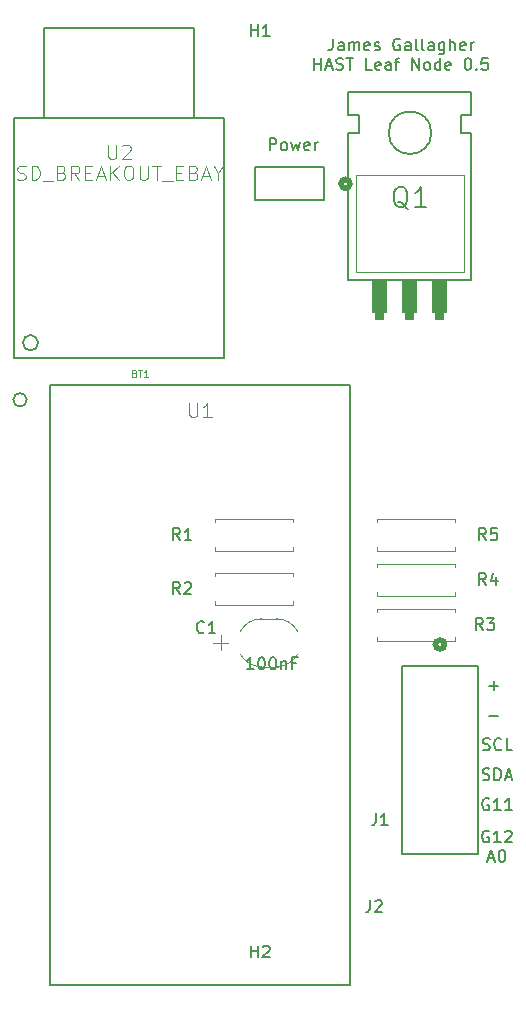
<source format=gto>
G04 #@! TF.GenerationSoftware,KiCad,Pcbnew,(5.1.10-1-10_14)*
G04 #@! TF.CreationDate,2021-09-07T21:53:28-06:00*
G04 #@! TF.ProjectId,soil_moisture_0.5,736f696c-5f6d-46f6-9973-747572655f30,0.5*
G04 #@! TF.SameCoordinates,Original*
G04 #@! TF.FileFunction,Legend,Top*
G04 #@! TF.FilePolarity,Positive*
%FSLAX46Y46*%
G04 Gerber Fmt 4.6, Leading zero omitted, Abs format (unit mm)*
G04 Created by KiCad (PCBNEW (5.1.10-1-10_14)) date 2021-09-07 21:53:28*
%MOMM*%
%LPD*%
G01*
G04 APERTURE LIST*
%ADD10C,0.150000*%
%ADD11C,0.152400*%
%ADD12C,0.508000*%
%ADD13C,0.127000*%
%ADD14C,0.203200*%
%ADD15C,0.050800*%
%ADD16C,0.100000*%
%ADD17C,0.120000*%
%ADD18C,0.096520*%
%ADD19C,0.115824*%
%ADD20C,0.168910*%
G04 APERTURE END LIST*
D10*
X153496095Y-41807380D02*
X153496095Y-42521666D01*
X153448476Y-42664523D01*
X153353238Y-42759761D01*
X153210380Y-42807380D01*
X153115142Y-42807380D01*
X154400857Y-42807380D02*
X154400857Y-42283571D01*
X154353238Y-42188333D01*
X154258000Y-42140714D01*
X154067523Y-42140714D01*
X153972285Y-42188333D01*
X154400857Y-42759761D02*
X154305619Y-42807380D01*
X154067523Y-42807380D01*
X153972285Y-42759761D01*
X153924666Y-42664523D01*
X153924666Y-42569285D01*
X153972285Y-42474047D01*
X154067523Y-42426428D01*
X154305619Y-42426428D01*
X154400857Y-42378809D01*
X154877047Y-42807380D02*
X154877047Y-42140714D01*
X154877047Y-42235952D02*
X154924666Y-42188333D01*
X155019904Y-42140714D01*
X155162761Y-42140714D01*
X155258000Y-42188333D01*
X155305619Y-42283571D01*
X155305619Y-42807380D01*
X155305619Y-42283571D02*
X155353238Y-42188333D01*
X155448476Y-42140714D01*
X155591333Y-42140714D01*
X155686571Y-42188333D01*
X155734190Y-42283571D01*
X155734190Y-42807380D01*
X156591333Y-42759761D02*
X156496095Y-42807380D01*
X156305619Y-42807380D01*
X156210380Y-42759761D01*
X156162761Y-42664523D01*
X156162761Y-42283571D01*
X156210380Y-42188333D01*
X156305619Y-42140714D01*
X156496095Y-42140714D01*
X156591333Y-42188333D01*
X156638952Y-42283571D01*
X156638952Y-42378809D01*
X156162761Y-42474047D01*
X157019904Y-42759761D02*
X157115142Y-42807380D01*
X157305619Y-42807380D01*
X157400857Y-42759761D01*
X157448476Y-42664523D01*
X157448476Y-42616904D01*
X157400857Y-42521666D01*
X157305619Y-42474047D01*
X157162761Y-42474047D01*
X157067523Y-42426428D01*
X157019904Y-42331190D01*
X157019904Y-42283571D01*
X157067523Y-42188333D01*
X157162761Y-42140714D01*
X157305619Y-42140714D01*
X157400857Y-42188333D01*
X159162761Y-41855000D02*
X159067523Y-41807380D01*
X158924666Y-41807380D01*
X158781809Y-41855000D01*
X158686571Y-41950238D01*
X158638952Y-42045476D01*
X158591333Y-42235952D01*
X158591333Y-42378809D01*
X158638952Y-42569285D01*
X158686571Y-42664523D01*
X158781809Y-42759761D01*
X158924666Y-42807380D01*
X159019904Y-42807380D01*
X159162761Y-42759761D01*
X159210380Y-42712142D01*
X159210380Y-42378809D01*
X159019904Y-42378809D01*
X160067523Y-42807380D02*
X160067523Y-42283571D01*
X160019904Y-42188333D01*
X159924666Y-42140714D01*
X159734190Y-42140714D01*
X159638952Y-42188333D01*
X160067523Y-42759761D02*
X159972285Y-42807380D01*
X159734190Y-42807380D01*
X159638952Y-42759761D01*
X159591333Y-42664523D01*
X159591333Y-42569285D01*
X159638952Y-42474047D01*
X159734190Y-42426428D01*
X159972285Y-42426428D01*
X160067523Y-42378809D01*
X160686571Y-42807380D02*
X160591333Y-42759761D01*
X160543714Y-42664523D01*
X160543714Y-41807380D01*
X161210380Y-42807380D02*
X161115142Y-42759761D01*
X161067523Y-42664523D01*
X161067523Y-41807380D01*
X162019904Y-42807380D02*
X162019904Y-42283571D01*
X161972285Y-42188333D01*
X161877047Y-42140714D01*
X161686571Y-42140714D01*
X161591333Y-42188333D01*
X162019904Y-42759761D02*
X161924666Y-42807380D01*
X161686571Y-42807380D01*
X161591333Y-42759761D01*
X161543714Y-42664523D01*
X161543714Y-42569285D01*
X161591333Y-42474047D01*
X161686571Y-42426428D01*
X161924666Y-42426428D01*
X162019904Y-42378809D01*
X162924666Y-42140714D02*
X162924666Y-42950238D01*
X162877047Y-43045476D01*
X162829428Y-43093095D01*
X162734190Y-43140714D01*
X162591333Y-43140714D01*
X162496095Y-43093095D01*
X162924666Y-42759761D02*
X162829428Y-42807380D01*
X162638952Y-42807380D01*
X162543714Y-42759761D01*
X162496095Y-42712142D01*
X162448476Y-42616904D01*
X162448476Y-42331190D01*
X162496095Y-42235952D01*
X162543714Y-42188333D01*
X162638952Y-42140714D01*
X162829428Y-42140714D01*
X162924666Y-42188333D01*
X163400857Y-42807380D02*
X163400857Y-41807380D01*
X163829428Y-42807380D02*
X163829428Y-42283571D01*
X163781809Y-42188333D01*
X163686571Y-42140714D01*
X163543714Y-42140714D01*
X163448476Y-42188333D01*
X163400857Y-42235952D01*
X164686571Y-42759761D02*
X164591333Y-42807380D01*
X164400857Y-42807380D01*
X164305619Y-42759761D01*
X164258000Y-42664523D01*
X164258000Y-42283571D01*
X164305619Y-42188333D01*
X164400857Y-42140714D01*
X164591333Y-42140714D01*
X164686571Y-42188333D01*
X164734190Y-42283571D01*
X164734190Y-42378809D01*
X164258000Y-42474047D01*
X165162761Y-42807380D02*
X165162761Y-42140714D01*
X165162761Y-42331190D02*
X165210380Y-42235952D01*
X165258000Y-42188333D01*
X165353238Y-42140714D01*
X165448476Y-42140714D01*
X151924666Y-44457380D02*
X151924666Y-43457380D01*
X151924666Y-43933571D02*
X152496095Y-43933571D01*
X152496095Y-44457380D02*
X152496095Y-43457380D01*
X152924666Y-44171666D02*
X153400857Y-44171666D01*
X152829428Y-44457380D02*
X153162761Y-43457380D01*
X153496095Y-44457380D01*
X153781809Y-44409761D02*
X153924666Y-44457380D01*
X154162761Y-44457380D01*
X154258000Y-44409761D01*
X154305619Y-44362142D01*
X154353238Y-44266904D01*
X154353238Y-44171666D01*
X154305619Y-44076428D01*
X154258000Y-44028809D01*
X154162761Y-43981190D01*
X153972285Y-43933571D01*
X153877047Y-43885952D01*
X153829428Y-43838333D01*
X153781809Y-43743095D01*
X153781809Y-43647857D01*
X153829428Y-43552619D01*
X153877047Y-43505000D01*
X153972285Y-43457380D01*
X154210380Y-43457380D01*
X154353238Y-43505000D01*
X154638952Y-43457380D02*
X155210380Y-43457380D01*
X154924666Y-44457380D02*
X154924666Y-43457380D01*
X156781809Y-44457380D02*
X156305619Y-44457380D01*
X156305619Y-43457380D01*
X157496095Y-44409761D02*
X157400857Y-44457380D01*
X157210380Y-44457380D01*
X157115142Y-44409761D01*
X157067523Y-44314523D01*
X157067523Y-43933571D01*
X157115142Y-43838333D01*
X157210380Y-43790714D01*
X157400857Y-43790714D01*
X157496095Y-43838333D01*
X157543714Y-43933571D01*
X157543714Y-44028809D01*
X157067523Y-44124047D01*
X158400857Y-44457380D02*
X158400857Y-43933571D01*
X158353238Y-43838333D01*
X158258000Y-43790714D01*
X158067523Y-43790714D01*
X157972285Y-43838333D01*
X158400857Y-44409761D02*
X158305619Y-44457380D01*
X158067523Y-44457380D01*
X157972285Y-44409761D01*
X157924666Y-44314523D01*
X157924666Y-44219285D01*
X157972285Y-44124047D01*
X158067523Y-44076428D01*
X158305619Y-44076428D01*
X158400857Y-44028809D01*
X158734190Y-43790714D02*
X159115142Y-43790714D01*
X158877047Y-44457380D02*
X158877047Y-43600238D01*
X158924666Y-43505000D01*
X159019904Y-43457380D01*
X159115142Y-43457380D01*
X160210380Y-44457380D02*
X160210380Y-43457380D01*
X160781809Y-44457380D01*
X160781809Y-43457380D01*
X161400857Y-44457380D02*
X161305619Y-44409761D01*
X161258000Y-44362142D01*
X161210380Y-44266904D01*
X161210380Y-43981190D01*
X161258000Y-43885952D01*
X161305619Y-43838333D01*
X161400857Y-43790714D01*
X161543714Y-43790714D01*
X161638952Y-43838333D01*
X161686571Y-43885952D01*
X161734190Y-43981190D01*
X161734190Y-44266904D01*
X161686571Y-44362142D01*
X161638952Y-44409761D01*
X161543714Y-44457380D01*
X161400857Y-44457380D01*
X162591333Y-44457380D02*
X162591333Y-43457380D01*
X162591333Y-44409761D02*
X162496095Y-44457380D01*
X162305619Y-44457380D01*
X162210380Y-44409761D01*
X162162761Y-44362142D01*
X162115142Y-44266904D01*
X162115142Y-43981190D01*
X162162761Y-43885952D01*
X162210380Y-43838333D01*
X162305619Y-43790714D01*
X162496095Y-43790714D01*
X162591333Y-43838333D01*
X163448476Y-44409761D02*
X163353238Y-44457380D01*
X163162761Y-44457380D01*
X163067523Y-44409761D01*
X163019904Y-44314523D01*
X163019904Y-43933571D01*
X163067523Y-43838333D01*
X163162761Y-43790714D01*
X163353238Y-43790714D01*
X163448476Y-43838333D01*
X163496095Y-43933571D01*
X163496095Y-44028809D01*
X163019904Y-44124047D01*
X164877047Y-43457380D02*
X164972285Y-43457380D01*
X165067523Y-43505000D01*
X165115142Y-43552619D01*
X165162761Y-43647857D01*
X165210380Y-43838333D01*
X165210380Y-44076428D01*
X165162761Y-44266904D01*
X165115142Y-44362142D01*
X165067523Y-44409761D01*
X164972285Y-44457380D01*
X164877047Y-44457380D01*
X164781809Y-44409761D01*
X164734190Y-44362142D01*
X164686571Y-44266904D01*
X164638952Y-44076428D01*
X164638952Y-43838333D01*
X164686571Y-43647857D01*
X164734190Y-43552619D01*
X164781809Y-43505000D01*
X164877047Y-43457380D01*
X165638952Y-44362142D02*
X165686571Y-44409761D01*
X165638952Y-44457380D01*
X165591333Y-44409761D01*
X165638952Y-44362142D01*
X165638952Y-44457380D01*
X166591333Y-43457380D02*
X166115142Y-43457380D01*
X166067523Y-43933571D01*
X166115142Y-43885952D01*
X166210380Y-43838333D01*
X166448476Y-43838333D01*
X166543714Y-43885952D01*
X166591333Y-43933571D01*
X166638952Y-44028809D01*
X166638952Y-44266904D01*
X166591333Y-44362142D01*
X166543714Y-44409761D01*
X166448476Y-44457380D01*
X166210380Y-44457380D01*
X166115142Y-44409761D01*
X166067523Y-44362142D01*
X156638666Y-114768380D02*
X156638666Y-115482666D01*
X156591047Y-115625523D01*
X156495809Y-115720761D01*
X156352952Y-115768380D01*
X156257714Y-115768380D01*
X157067238Y-114863619D02*
X157114857Y-114816000D01*
X157210095Y-114768380D01*
X157448190Y-114768380D01*
X157543428Y-114816000D01*
X157591047Y-114863619D01*
X157638666Y-114958857D01*
X157638666Y-115054095D01*
X157591047Y-115196952D01*
X157019619Y-115768380D01*
X157638666Y-115768380D01*
X157146666Y-107402380D02*
X157146666Y-108116666D01*
X157099047Y-108259523D01*
X157003809Y-108354761D01*
X156860952Y-108402380D01*
X156765714Y-108402380D01*
X158146666Y-108402380D02*
X157575238Y-108402380D01*
X157860952Y-108402380D02*
X157860952Y-107402380D01*
X157765714Y-107545238D01*
X157670476Y-107640476D01*
X157575238Y-107688095D01*
X166695523Y-108911000D02*
X166600285Y-108863380D01*
X166457428Y-108863380D01*
X166314571Y-108911000D01*
X166219333Y-109006238D01*
X166171714Y-109101476D01*
X166124095Y-109291952D01*
X166124095Y-109434809D01*
X166171714Y-109625285D01*
X166219333Y-109720523D01*
X166314571Y-109815761D01*
X166457428Y-109863380D01*
X166552666Y-109863380D01*
X166695523Y-109815761D01*
X166743142Y-109768142D01*
X166743142Y-109434809D01*
X166552666Y-109434809D01*
X167695523Y-109863380D02*
X167124095Y-109863380D01*
X167409809Y-109863380D02*
X167409809Y-108863380D01*
X167314571Y-109006238D01*
X167219333Y-109101476D01*
X167124095Y-109149095D01*
X168076476Y-108958619D02*
X168124095Y-108911000D01*
X168219333Y-108863380D01*
X168457428Y-108863380D01*
X168552666Y-108911000D01*
X168600285Y-108958619D01*
X168647904Y-109053857D01*
X168647904Y-109149095D01*
X168600285Y-109291952D01*
X168028857Y-109863380D01*
X168647904Y-109863380D01*
X166671714Y-111227666D02*
X167147904Y-111227666D01*
X166576476Y-111513380D02*
X166909809Y-110513380D01*
X167243142Y-111513380D01*
X167766952Y-110513380D02*
X167862190Y-110513380D01*
X167957428Y-110561000D01*
X168005047Y-110608619D01*
X168052666Y-110703857D01*
X168100285Y-110894333D01*
X168100285Y-111132428D01*
X168052666Y-111322904D01*
X168005047Y-111418142D01*
X167957428Y-111465761D01*
X167862190Y-111513380D01*
X167766952Y-111513380D01*
X167671714Y-111465761D01*
X167624095Y-111418142D01*
X167576476Y-111322904D01*
X167528857Y-111132428D01*
X167528857Y-110894333D01*
X167576476Y-110703857D01*
X167624095Y-110608619D01*
X167671714Y-110561000D01*
X167766952Y-110513380D01*
X166695523Y-106180000D02*
X166600285Y-106132380D01*
X166457428Y-106132380D01*
X166314571Y-106180000D01*
X166219333Y-106275238D01*
X166171714Y-106370476D01*
X166124095Y-106560952D01*
X166124095Y-106703809D01*
X166171714Y-106894285D01*
X166219333Y-106989523D01*
X166314571Y-107084761D01*
X166457428Y-107132380D01*
X166552666Y-107132380D01*
X166695523Y-107084761D01*
X166743142Y-107037142D01*
X166743142Y-106703809D01*
X166552666Y-106703809D01*
X167695523Y-107132380D02*
X167124095Y-107132380D01*
X167409809Y-107132380D02*
X167409809Y-106132380D01*
X167314571Y-106275238D01*
X167219333Y-106370476D01*
X167124095Y-106418095D01*
X168647904Y-107132380D02*
X168076476Y-107132380D01*
X168362190Y-107132380D02*
X168362190Y-106132380D01*
X168266952Y-106275238D01*
X168171714Y-106370476D01*
X168076476Y-106418095D01*
X166171714Y-104544761D02*
X166314571Y-104592380D01*
X166552666Y-104592380D01*
X166647904Y-104544761D01*
X166695523Y-104497142D01*
X166743142Y-104401904D01*
X166743142Y-104306666D01*
X166695523Y-104211428D01*
X166647904Y-104163809D01*
X166552666Y-104116190D01*
X166362190Y-104068571D01*
X166266952Y-104020952D01*
X166219333Y-103973333D01*
X166171714Y-103878095D01*
X166171714Y-103782857D01*
X166219333Y-103687619D01*
X166266952Y-103640000D01*
X166362190Y-103592380D01*
X166600285Y-103592380D01*
X166743142Y-103640000D01*
X167171714Y-104592380D02*
X167171714Y-103592380D01*
X167409809Y-103592380D01*
X167552666Y-103640000D01*
X167647904Y-103735238D01*
X167695523Y-103830476D01*
X167743142Y-104020952D01*
X167743142Y-104163809D01*
X167695523Y-104354285D01*
X167647904Y-104449523D01*
X167552666Y-104544761D01*
X167409809Y-104592380D01*
X167171714Y-104592380D01*
X168124095Y-104306666D02*
X168600285Y-104306666D01*
X168028857Y-104592380D02*
X168362190Y-103592380D01*
X168695523Y-104592380D01*
X166195523Y-102004761D02*
X166338380Y-102052380D01*
X166576476Y-102052380D01*
X166671714Y-102004761D01*
X166719333Y-101957142D01*
X166766952Y-101861904D01*
X166766952Y-101766666D01*
X166719333Y-101671428D01*
X166671714Y-101623809D01*
X166576476Y-101576190D01*
X166386000Y-101528571D01*
X166290761Y-101480952D01*
X166243142Y-101433333D01*
X166195523Y-101338095D01*
X166195523Y-101242857D01*
X166243142Y-101147619D01*
X166290761Y-101100000D01*
X166386000Y-101052380D01*
X166624095Y-101052380D01*
X166766952Y-101100000D01*
X167766952Y-101957142D02*
X167719333Y-102004761D01*
X167576476Y-102052380D01*
X167481238Y-102052380D01*
X167338380Y-102004761D01*
X167243142Y-101909523D01*
X167195523Y-101814285D01*
X167147904Y-101623809D01*
X167147904Y-101480952D01*
X167195523Y-101290476D01*
X167243142Y-101195238D01*
X167338380Y-101100000D01*
X167481238Y-101052380D01*
X167576476Y-101052380D01*
X167719333Y-101100000D01*
X167766952Y-101147619D01*
X168671714Y-102052380D02*
X168195523Y-102052380D01*
X168195523Y-101052380D01*
X166751047Y-99131428D02*
X167512952Y-99131428D01*
X166751047Y-96591428D02*
X167512952Y-96591428D01*
X167132000Y-96972380D02*
X167132000Y-96210476D01*
X148137809Y-51252380D02*
X148137809Y-50252380D01*
X148518761Y-50252380D01*
X148614000Y-50300000D01*
X148661619Y-50347619D01*
X148709238Y-50442857D01*
X148709238Y-50585714D01*
X148661619Y-50680952D01*
X148614000Y-50728571D01*
X148518761Y-50776190D01*
X148137809Y-50776190D01*
X149280666Y-51252380D02*
X149185428Y-51204761D01*
X149137809Y-51157142D01*
X149090190Y-51061904D01*
X149090190Y-50776190D01*
X149137809Y-50680952D01*
X149185428Y-50633333D01*
X149280666Y-50585714D01*
X149423523Y-50585714D01*
X149518761Y-50633333D01*
X149566380Y-50680952D01*
X149614000Y-50776190D01*
X149614000Y-51061904D01*
X149566380Y-51157142D01*
X149518761Y-51204761D01*
X149423523Y-51252380D01*
X149280666Y-51252380D01*
X149947333Y-50585714D02*
X150137809Y-51252380D01*
X150328285Y-50776190D01*
X150518761Y-51252380D01*
X150709238Y-50585714D01*
X151471142Y-51204761D02*
X151375904Y-51252380D01*
X151185428Y-51252380D01*
X151090190Y-51204761D01*
X151042571Y-51109523D01*
X151042571Y-50728571D01*
X151090190Y-50633333D01*
X151185428Y-50585714D01*
X151375904Y-50585714D01*
X151471142Y-50633333D01*
X151518761Y-50728571D01*
X151518761Y-50823809D01*
X151042571Y-50919047D01*
X151947333Y-51252380D02*
X151947333Y-50585714D01*
X151947333Y-50776190D02*
X151994952Y-50680952D01*
X152042571Y-50633333D01*
X152137809Y-50585714D01*
X152233047Y-50585714D01*
D11*
X152781000Y-55499000D02*
X152781000Y-52705000D01*
X146939000Y-55499000D02*
X152781000Y-55499000D01*
X146939000Y-52705000D02*
X146939000Y-55499000D01*
X152781000Y-52705000D02*
X146939000Y-52705000D01*
D12*
X154940000Y-54102000D02*
G75*
G03*
X154178000Y-54102000I-381000J0D01*
G01*
X154178000Y-54102000D02*
G75*
G03*
X154940000Y-54102000I381000J0D01*
G01*
D13*
X127567959Y-72390000D02*
G75*
G03*
X127567959Y-72390000I-567959J0D01*
G01*
D14*
X129540000Y-71120000D02*
X154940000Y-71120000D01*
X129540000Y-121920000D02*
X129540000Y-71120000D01*
X154940000Y-121920000D02*
X129540000Y-121920000D01*
X154940000Y-71120000D02*
X154940000Y-121920000D01*
D13*
X128536575Y-67564000D02*
G75*
G03*
X128536575Y-67564000I-647575J0D01*
G01*
X141732000Y-40894000D02*
X141732000Y-48514000D01*
X129032000Y-40894000D02*
X141732000Y-40894000D01*
X129032000Y-48514000D02*
X129032000Y-40894000D01*
X129032000Y-48514000D02*
X126492000Y-48514000D01*
X141732000Y-48514000D02*
X129032000Y-48514000D01*
X144272000Y-48514000D02*
X141732000Y-48514000D01*
X144272000Y-68834000D02*
X144272000Y-48514000D01*
X126492000Y-68834000D02*
X144272000Y-68834000D01*
X126492000Y-48514000D02*
X126492000Y-68834000D01*
X154813000Y-62230000D02*
X165227000Y-62230000D01*
X165227000Y-46355000D02*
X154813000Y-46355000D01*
X165227000Y-62230000D02*
X165227000Y-49784000D01*
X165227000Y-49784000D02*
X164338000Y-49784000D01*
X164338000Y-49784000D02*
X164338000Y-48260000D01*
X164338000Y-48260000D02*
X165227000Y-48260000D01*
X165227000Y-48260000D02*
X165227000Y-46355000D01*
X154813000Y-62230000D02*
X154813000Y-49784000D01*
X154813000Y-49784000D02*
X155702000Y-49784000D01*
X155702000Y-49784000D02*
X155702000Y-48260000D01*
X155702000Y-48260000D02*
X154813000Y-48260000D01*
X154813000Y-48260000D02*
X154813000Y-46355000D01*
D15*
X155448000Y-61595000D02*
X164592000Y-61595000D01*
X164592000Y-53340000D02*
X164592000Y-61595000D01*
X164592000Y-53340000D02*
X155448000Y-53340000D01*
X155448000Y-61595000D02*
X155448000Y-53340000D01*
D13*
X161823400Y-49784000D02*
G75*
G03*
X161823400Y-49784000I-1803400J0D01*
G01*
D16*
G36*
X162179000Y-65659000D02*
G01*
X162941000Y-65659000D01*
X162941000Y-65024000D01*
X162179000Y-65024000D01*
X162179000Y-65659000D01*
G37*
G36*
X159639000Y-65659000D02*
G01*
X160401000Y-65659000D01*
X160401000Y-65024000D01*
X159639000Y-65024000D01*
X159639000Y-65659000D01*
G37*
G36*
X157099000Y-65659000D02*
G01*
X157861000Y-65659000D01*
X157861000Y-65024000D01*
X157099000Y-65024000D01*
X157099000Y-65659000D01*
G37*
G36*
X156845000Y-65024000D02*
G01*
X158115000Y-65024000D01*
X158115000Y-62230000D01*
X156845000Y-62230000D01*
X156845000Y-65024000D01*
G37*
G36*
X159385000Y-65024000D02*
G01*
X160655000Y-65024000D01*
X160655000Y-62230000D01*
X159385000Y-62230000D01*
X159385000Y-65024000D01*
G37*
G36*
X161925000Y-65024000D02*
G01*
X163195000Y-65024000D01*
X163195000Y-62230000D01*
X161925000Y-62230000D01*
X161925000Y-65024000D01*
G37*
D11*
X165785800Y-94894400D02*
X159334200Y-94894400D01*
X165785800Y-110845600D02*
X165785800Y-94894400D01*
X159334200Y-110845600D02*
X165785800Y-110845600D01*
X159334200Y-94894400D02*
X159334200Y-110845600D01*
D12*
X162560000Y-92735400D02*
G75*
G03*
X162560000Y-93497400I0J-381000D01*
G01*
X162560000Y-93497400D02*
G75*
G03*
X162560000Y-92735400I0J381000D01*
G01*
D17*
X157258000Y-90400000D02*
X157258000Y-90070000D01*
X157258000Y-90070000D02*
X163798000Y-90070000D01*
X163798000Y-90070000D02*
X163798000Y-90400000D01*
X157258000Y-92480000D02*
X157258000Y-92810000D01*
X157258000Y-92810000D02*
X163798000Y-92810000D01*
X163798000Y-92810000D02*
X163798000Y-92480000D01*
X163798000Y-89000000D02*
X163798000Y-88670000D01*
X157258000Y-89000000D02*
X163798000Y-89000000D01*
X157258000Y-88670000D02*
X157258000Y-89000000D01*
X163798000Y-86260000D02*
X163798000Y-86590000D01*
X157258000Y-86260000D02*
X163798000Y-86260000D01*
X157258000Y-86590000D02*
X157258000Y-86260000D01*
X163798000Y-85190000D02*
X163798000Y-84860000D01*
X157258000Y-85190000D02*
X163798000Y-85190000D01*
X157258000Y-84860000D02*
X157258000Y-85190000D01*
X163798000Y-82450000D02*
X163798000Y-82780000D01*
X157258000Y-82450000D02*
X163798000Y-82450000D01*
X157258000Y-82780000D02*
X157258000Y-82450000D01*
X147320000Y-94996000D02*
X148844000Y-94996000D01*
X147320000Y-90932000D02*
X148844000Y-90932000D01*
X144018000Y-92329000D02*
X144018000Y-93599000D01*
X143383000Y-92964000D02*
X144574260Y-92964000D01*
X145660242Y-91996260D02*
G75*
G02*
X147447000Y-90932000I1786758J-967740D01*
G01*
X150507427Y-93924934D02*
G75*
G02*
X148717000Y-94996000I-1790427J960934D01*
G01*
X147447003Y-94996000D02*
G75*
G02*
X145660243Y-93931741I-3J2032000D01*
G01*
X148717000Y-90932000D02*
G75*
G02*
X150507427Y-92003066I0J-2032000D01*
G01*
X150082000Y-85190000D02*
X150082000Y-84860000D01*
X143542000Y-85190000D02*
X150082000Y-85190000D01*
X143542000Y-84860000D02*
X143542000Y-85190000D01*
X150082000Y-82450000D02*
X150082000Y-82780000D01*
X143542000Y-82450000D02*
X150082000Y-82450000D01*
X143542000Y-82780000D02*
X143542000Y-82450000D01*
X143542000Y-87352000D02*
X143542000Y-87022000D01*
X143542000Y-87022000D02*
X150082000Y-87022000D01*
X150082000Y-87022000D02*
X150082000Y-87352000D01*
X143542000Y-89432000D02*
X143542000Y-89762000D01*
X143542000Y-89762000D02*
X150082000Y-89762000D01*
X150082000Y-89762000D02*
X150082000Y-89432000D01*
D10*
X146558095Y-119612380D02*
X146558095Y-118612380D01*
X146558095Y-119088571D02*
X147129523Y-119088571D01*
X147129523Y-119612380D02*
X147129523Y-118612380D01*
X147558095Y-118707619D02*
X147605714Y-118660000D01*
X147700952Y-118612380D01*
X147939047Y-118612380D01*
X148034285Y-118660000D01*
X148081904Y-118707619D01*
X148129523Y-118802857D01*
X148129523Y-118898095D01*
X148081904Y-119040952D01*
X147510476Y-119612380D01*
X148129523Y-119612380D01*
X146558095Y-41600380D02*
X146558095Y-40600380D01*
X146558095Y-41076571D02*
X147129523Y-41076571D01*
X147129523Y-41600380D02*
X147129523Y-40600380D01*
X148129523Y-41600380D02*
X147558095Y-41600380D01*
X147843809Y-41600380D02*
X147843809Y-40600380D01*
X147748571Y-40743238D01*
X147653333Y-40838476D01*
X147558095Y-40886095D01*
D18*
X141319999Y-72650047D02*
X141319999Y-73626738D01*
X141377452Y-73741642D01*
X141434904Y-73799095D01*
X141549809Y-73856547D01*
X141779618Y-73856547D01*
X141894523Y-73799095D01*
X141951976Y-73741642D01*
X142009428Y-73626738D01*
X142009428Y-72650047D01*
X143215928Y-73856547D02*
X142526499Y-73856547D01*
X142871214Y-73856547D02*
X142871214Y-72650047D01*
X142756309Y-72822404D01*
X142641404Y-72937309D01*
X142526499Y-72994761D01*
X134461999Y-50806047D02*
X134461999Y-51782738D01*
X134519452Y-51897642D01*
X134576904Y-51955095D01*
X134691809Y-52012547D01*
X134921618Y-52012547D01*
X135036523Y-51955095D01*
X135093976Y-51897642D01*
X135151428Y-51782738D01*
X135151428Y-50806047D01*
X135668499Y-50920952D02*
X135725952Y-50863500D01*
X135840857Y-50806047D01*
X136128118Y-50806047D01*
X136243023Y-50863500D01*
X136300476Y-50920952D01*
X136357928Y-51035857D01*
X136357928Y-51150761D01*
X136300476Y-51323119D01*
X135611047Y-52012547D01*
X136357928Y-52012547D01*
X126784547Y-53733095D02*
X126956904Y-53790547D01*
X127244166Y-53790547D01*
X127359071Y-53733095D01*
X127416523Y-53675642D01*
X127473976Y-53560738D01*
X127473976Y-53445833D01*
X127416523Y-53330928D01*
X127359071Y-53273476D01*
X127244166Y-53216023D01*
X127014357Y-53158571D01*
X126899452Y-53101119D01*
X126841999Y-53043666D01*
X126784547Y-52928761D01*
X126784547Y-52813857D01*
X126841999Y-52698952D01*
X126899452Y-52641500D01*
X127014357Y-52584047D01*
X127301618Y-52584047D01*
X127473976Y-52641500D01*
X127991047Y-53790547D02*
X127991047Y-52584047D01*
X128278309Y-52584047D01*
X128450666Y-52641500D01*
X128565571Y-52756404D01*
X128623023Y-52871309D01*
X128680476Y-53101119D01*
X128680476Y-53273476D01*
X128623023Y-53503285D01*
X128565571Y-53618190D01*
X128450666Y-53733095D01*
X128278309Y-53790547D01*
X127991047Y-53790547D01*
X128910285Y-53905452D02*
X129829523Y-53905452D01*
X130518952Y-53158571D02*
X130691309Y-53216023D01*
X130748761Y-53273476D01*
X130806214Y-53388380D01*
X130806214Y-53560738D01*
X130748761Y-53675642D01*
X130691309Y-53733095D01*
X130576404Y-53790547D01*
X130116785Y-53790547D01*
X130116785Y-52584047D01*
X130518952Y-52584047D01*
X130633857Y-52641500D01*
X130691309Y-52698952D01*
X130748761Y-52813857D01*
X130748761Y-52928761D01*
X130691309Y-53043666D01*
X130633857Y-53101119D01*
X130518952Y-53158571D01*
X130116785Y-53158571D01*
X132012714Y-53790547D02*
X131610547Y-53216023D01*
X131323285Y-53790547D02*
X131323285Y-52584047D01*
X131782904Y-52584047D01*
X131897809Y-52641500D01*
X131955261Y-52698952D01*
X132012714Y-52813857D01*
X132012714Y-52986214D01*
X131955261Y-53101119D01*
X131897809Y-53158571D01*
X131782904Y-53216023D01*
X131323285Y-53216023D01*
X132529785Y-53158571D02*
X132931952Y-53158571D01*
X133104309Y-53790547D02*
X132529785Y-53790547D01*
X132529785Y-52584047D01*
X133104309Y-52584047D01*
X133563928Y-53445833D02*
X134138452Y-53445833D01*
X133449023Y-53790547D02*
X133851190Y-52584047D01*
X134253357Y-53790547D01*
X134655523Y-53790547D02*
X134655523Y-52584047D01*
X135344952Y-53790547D02*
X134827880Y-53101119D01*
X135344952Y-52584047D02*
X134655523Y-53273476D01*
X136091833Y-52584047D02*
X136321642Y-52584047D01*
X136436547Y-52641500D01*
X136551452Y-52756404D01*
X136608904Y-52986214D01*
X136608904Y-53388380D01*
X136551452Y-53618190D01*
X136436547Y-53733095D01*
X136321642Y-53790547D01*
X136091833Y-53790547D01*
X135976928Y-53733095D01*
X135862023Y-53618190D01*
X135804571Y-53388380D01*
X135804571Y-52986214D01*
X135862023Y-52756404D01*
X135976928Y-52641500D01*
X136091833Y-52584047D01*
X137125976Y-52584047D02*
X137125976Y-53560738D01*
X137183428Y-53675642D01*
X137240880Y-53733095D01*
X137355785Y-53790547D01*
X137585595Y-53790547D01*
X137700499Y-53733095D01*
X137757952Y-53675642D01*
X137815404Y-53560738D01*
X137815404Y-52584047D01*
X138217571Y-52584047D02*
X138906999Y-52584047D01*
X138562285Y-53790547D02*
X138562285Y-52584047D01*
X139021904Y-53905452D02*
X139941142Y-53905452D01*
X140228404Y-53158571D02*
X140630571Y-53158571D01*
X140802928Y-53790547D02*
X140228404Y-53790547D01*
X140228404Y-52584047D01*
X140802928Y-52584047D01*
X141722166Y-53158571D02*
X141894523Y-53216023D01*
X141951976Y-53273476D01*
X142009428Y-53388380D01*
X142009428Y-53560738D01*
X141951976Y-53675642D01*
X141894523Y-53733095D01*
X141779618Y-53790547D01*
X141319999Y-53790547D01*
X141319999Y-52584047D01*
X141722166Y-52584047D01*
X141837071Y-52641500D01*
X141894523Y-52698952D01*
X141951976Y-52813857D01*
X141951976Y-52928761D01*
X141894523Y-53043666D01*
X141837071Y-53101119D01*
X141722166Y-53158571D01*
X141319999Y-53158571D01*
X142469047Y-53445833D02*
X143043571Y-53445833D01*
X142354142Y-53790547D02*
X142756309Y-52584047D01*
X143158476Y-53790547D01*
X143790452Y-53216023D02*
X143790452Y-53790547D01*
X143388285Y-52584047D02*
X143790452Y-53216023D01*
X144192618Y-52584047D01*
D19*
X136704977Y-70154074D02*
X136787708Y-70181651D01*
X136815285Y-70209228D01*
X136842862Y-70264382D01*
X136842862Y-70347114D01*
X136815285Y-70402268D01*
X136787708Y-70429845D01*
X136732554Y-70457422D01*
X136511937Y-70457422D01*
X136511937Y-69878302D01*
X136704977Y-69878302D01*
X136760131Y-69905880D01*
X136787708Y-69933457D01*
X136815285Y-69988611D01*
X136815285Y-70043765D01*
X136787708Y-70098920D01*
X136760131Y-70126497D01*
X136704977Y-70154074D01*
X136511937Y-70154074D01*
X137008325Y-69878302D02*
X137339251Y-69878302D01*
X137173788Y-70457422D02*
X137173788Y-69878302D01*
X137835640Y-70457422D02*
X137504714Y-70457422D01*
X137670177Y-70457422D02*
X137670177Y-69878302D01*
X137615022Y-69961034D01*
X137559868Y-70016188D01*
X137504714Y-70043765D01*
D20*
X159880024Y-56214433D02*
X159719158Y-56134000D01*
X159558291Y-55973133D01*
X159316991Y-55731833D01*
X159156124Y-55651400D01*
X158995258Y-55651400D01*
X159075691Y-56053566D02*
X158914824Y-55973133D01*
X158753958Y-55812266D01*
X158673524Y-55490533D01*
X158673524Y-54927500D01*
X158753958Y-54605766D01*
X158914824Y-54444900D01*
X159075691Y-54364466D01*
X159397424Y-54364466D01*
X159558291Y-54444900D01*
X159719158Y-54605766D01*
X159799591Y-54927500D01*
X159799591Y-55490533D01*
X159719158Y-55812266D01*
X159558291Y-55973133D01*
X159397424Y-56053566D01*
X159075691Y-56053566D01*
X161408258Y-56053566D02*
X160443058Y-56053566D01*
X160925658Y-56053566D02*
X160925658Y-54364466D01*
X160764791Y-54605766D01*
X160603924Y-54766633D01*
X160443058Y-54847066D01*
D10*
X166203333Y-91892380D02*
X165870000Y-91416190D01*
X165631904Y-91892380D02*
X165631904Y-90892380D01*
X166012857Y-90892380D01*
X166108095Y-90940000D01*
X166155714Y-90987619D01*
X166203333Y-91082857D01*
X166203333Y-91225714D01*
X166155714Y-91320952D01*
X166108095Y-91368571D01*
X166012857Y-91416190D01*
X165631904Y-91416190D01*
X166536666Y-90892380D02*
X167155714Y-90892380D01*
X166822380Y-91273333D01*
X166965238Y-91273333D01*
X167060476Y-91320952D01*
X167108095Y-91368571D01*
X167155714Y-91463809D01*
X167155714Y-91701904D01*
X167108095Y-91797142D01*
X167060476Y-91844761D01*
X166965238Y-91892380D01*
X166679523Y-91892380D01*
X166584285Y-91844761D01*
X166536666Y-91797142D01*
X166457333Y-88082380D02*
X166124000Y-87606190D01*
X165885904Y-88082380D02*
X165885904Y-87082380D01*
X166266857Y-87082380D01*
X166362095Y-87130000D01*
X166409714Y-87177619D01*
X166457333Y-87272857D01*
X166457333Y-87415714D01*
X166409714Y-87510952D01*
X166362095Y-87558571D01*
X166266857Y-87606190D01*
X165885904Y-87606190D01*
X167314476Y-87415714D02*
X167314476Y-88082380D01*
X167076380Y-87034761D02*
X166838285Y-87749047D01*
X167457333Y-87749047D01*
X166457333Y-84272380D02*
X166124000Y-83796190D01*
X165885904Y-84272380D02*
X165885904Y-83272380D01*
X166266857Y-83272380D01*
X166362095Y-83320000D01*
X166409714Y-83367619D01*
X166457333Y-83462857D01*
X166457333Y-83605714D01*
X166409714Y-83700952D01*
X166362095Y-83748571D01*
X166266857Y-83796190D01*
X165885904Y-83796190D01*
X167362095Y-83272380D02*
X166885904Y-83272380D01*
X166838285Y-83748571D01*
X166885904Y-83700952D01*
X166981142Y-83653333D01*
X167219238Y-83653333D01*
X167314476Y-83700952D01*
X167362095Y-83748571D01*
X167409714Y-83843809D01*
X167409714Y-84081904D01*
X167362095Y-84177142D01*
X167314476Y-84224761D01*
X167219238Y-84272380D01*
X166981142Y-84272380D01*
X166885904Y-84224761D01*
X166838285Y-84177142D01*
X142581333Y-92051142D02*
X142533714Y-92098761D01*
X142390857Y-92146380D01*
X142295619Y-92146380D01*
X142152761Y-92098761D01*
X142057523Y-92003523D01*
X142009904Y-91908285D01*
X141962285Y-91717809D01*
X141962285Y-91574952D01*
X142009904Y-91384476D01*
X142057523Y-91289238D01*
X142152761Y-91194000D01*
X142295619Y-91146380D01*
X142390857Y-91146380D01*
X142533714Y-91194000D01*
X142581333Y-91241619D01*
X143533714Y-92146380D02*
X142962285Y-92146380D01*
X143248000Y-92146380D02*
X143248000Y-91146380D01*
X143152761Y-91289238D01*
X143057523Y-91384476D01*
X142962285Y-91432095D01*
X146788380Y-95194380D02*
X146216952Y-95194380D01*
X146502666Y-95194380D02*
X146502666Y-94194380D01*
X146407428Y-94337238D01*
X146312190Y-94432476D01*
X146216952Y-94480095D01*
X147407428Y-94194380D02*
X147502666Y-94194380D01*
X147597904Y-94242000D01*
X147645523Y-94289619D01*
X147693142Y-94384857D01*
X147740761Y-94575333D01*
X147740761Y-94813428D01*
X147693142Y-95003904D01*
X147645523Y-95099142D01*
X147597904Y-95146761D01*
X147502666Y-95194380D01*
X147407428Y-95194380D01*
X147312190Y-95146761D01*
X147264571Y-95099142D01*
X147216952Y-95003904D01*
X147169333Y-94813428D01*
X147169333Y-94575333D01*
X147216952Y-94384857D01*
X147264571Y-94289619D01*
X147312190Y-94242000D01*
X147407428Y-94194380D01*
X148359809Y-94194380D02*
X148455047Y-94194380D01*
X148550285Y-94242000D01*
X148597904Y-94289619D01*
X148645523Y-94384857D01*
X148693142Y-94575333D01*
X148693142Y-94813428D01*
X148645523Y-95003904D01*
X148597904Y-95099142D01*
X148550285Y-95146761D01*
X148455047Y-95194380D01*
X148359809Y-95194380D01*
X148264571Y-95146761D01*
X148216952Y-95099142D01*
X148169333Y-95003904D01*
X148121714Y-94813428D01*
X148121714Y-94575333D01*
X148169333Y-94384857D01*
X148216952Y-94289619D01*
X148264571Y-94242000D01*
X148359809Y-94194380D01*
X149121714Y-94527714D02*
X149121714Y-95194380D01*
X149121714Y-94622952D02*
X149169333Y-94575333D01*
X149264571Y-94527714D01*
X149407428Y-94527714D01*
X149502666Y-94575333D01*
X149550285Y-94670571D01*
X149550285Y-95194380D01*
X150359809Y-94670571D02*
X150026476Y-94670571D01*
X150026476Y-95194380D02*
X150026476Y-94194380D01*
X150502666Y-94194380D01*
X140549333Y-84272380D02*
X140216000Y-83796190D01*
X139977904Y-84272380D02*
X139977904Y-83272380D01*
X140358857Y-83272380D01*
X140454095Y-83320000D01*
X140501714Y-83367619D01*
X140549333Y-83462857D01*
X140549333Y-83605714D01*
X140501714Y-83700952D01*
X140454095Y-83748571D01*
X140358857Y-83796190D01*
X139977904Y-83796190D01*
X141501714Y-84272380D02*
X140930285Y-84272380D01*
X141216000Y-84272380D02*
X141216000Y-83272380D01*
X141120761Y-83415238D01*
X141025523Y-83510476D01*
X140930285Y-83558095D01*
X140549333Y-88844380D02*
X140216000Y-88368190D01*
X139977904Y-88844380D02*
X139977904Y-87844380D01*
X140358857Y-87844380D01*
X140454095Y-87892000D01*
X140501714Y-87939619D01*
X140549333Y-88034857D01*
X140549333Y-88177714D01*
X140501714Y-88272952D01*
X140454095Y-88320571D01*
X140358857Y-88368190D01*
X139977904Y-88368190D01*
X140930285Y-87939619D02*
X140977904Y-87892000D01*
X141073142Y-87844380D01*
X141311238Y-87844380D01*
X141406476Y-87892000D01*
X141454095Y-87939619D01*
X141501714Y-88034857D01*
X141501714Y-88130095D01*
X141454095Y-88272952D01*
X140882666Y-88844380D01*
X141501714Y-88844380D01*
M02*

</source>
